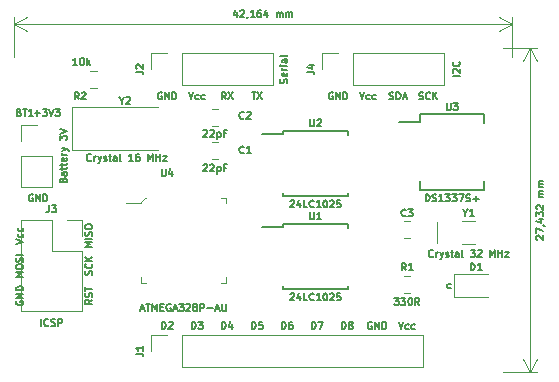
<source format=gto>
G04 #@! TF.GenerationSoftware,KiCad,Pcbnew,(5.1.4)-1*
G04 #@! TF.CreationDate,2019-09-21T23:44:47+03:00*
G04 #@! TF.ProjectId,Project_3_BACEE,50726f6a-6563-4745-9f33-5f4241434545,v1.0*
G04 #@! TF.SameCoordinates,Original*
G04 #@! TF.FileFunction,Legend,Top*
G04 #@! TF.FilePolarity,Positive*
%FSLAX46Y46*%
G04 Gerber Fmt 4.6, Leading zero omitted, Abs format (unit mm)*
G04 Created by KiCad (PCBNEW (5.1.4)-1) date 2019-09-21 23:44:47*
%MOMM*%
%LPD*%
G04 APERTURE LIST*
%ADD10C,0.150000*%
%ADD11C,0.120000*%
%ADD12C,0.100000*%
G04 APERTURE END LIST*
D10*
X129880000Y-83075428D02*
X129880000Y-83475428D01*
X129737142Y-82846857D02*
X129594285Y-83275428D01*
X129965714Y-83275428D01*
X130165714Y-82932571D02*
X130194285Y-82904000D01*
X130251428Y-82875428D01*
X130394285Y-82875428D01*
X130451428Y-82904000D01*
X130480000Y-82932571D01*
X130508571Y-82989714D01*
X130508571Y-83046857D01*
X130480000Y-83132571D01*
X130137142Y-83475428D01*
X130508571Y-83475428D01*
X130794285Y-83446857D02*
X130794285Y-83475428D01*
X130765714Y-83532571D01*
X130737142Y-83561142D01*
X131365714Y-83475428D02*
X131022857Y-83475428D01*
X131194285Y-83475428D02*
X131194285Y-82875428D01*
X131137142Y-82961142D01*
X131080000Y-83018285D01*
X131022857Y-83046857D01*
X131880000Y-82875428D02*
X131765714Y-82875428D01*
X131708571Y-82904000D01*
X131680000Y-82932571D01*
X131622857Y-83018285D01*
X131594285Y-83132571D01*
X131594285Y-83361142D01*
X131622857Y-83418285D01*
X131651428Y-83446857D01*
X131708571Y-83475428D01*
X131822857Y-83475428D01*
X131880000Y-83446857D01*
X131908571Y-83418285D01*
X131937142Y-83361142D01*
X131937142Y-83218285D01*
X131908571Y-83161142D01*
X131880000Y-83132571D01*
X131822857Y-83104000D01*
X131708571Y-83104000D01*
X131651428Y-83132571D01*
X131622857Y-83161142D01*
X131594285Y-83218285D01*
X132451428Y-83075428D02*
X132451428Y-83475428D01*
X132308571Y-82846857D02*
X132165714Y-83275428D01*
X132537142Y-83275428D01*
X133222857Y-83475428D02*
X133222857Y-83075428D01*
X133222857Y-83132571D02*
X133251428Y-83104000D01*
X133308571Y-83075428D01*
X133394285Y-83075428D01*
X133451428Y-83104000D01*
X133480000Y-83161142D01*
X133480000Y-83475428D01*
X133480000Y-83161142D02*
X133508571Y-83104000D01*
X133565714Y-83075428D01*
X133651428Y-83075428D01*
X133708571Y-83104000D01*
X133737142Y-83161142D01*
X133737142Y-83475428D01*
X134022857Y-83475428D02*
X134022857Y-83075428D01*
X134022857Y-83132571D02*
X134051428Y-83104000D01*
X134108571Y-83075428D01*
X134194285Y-83075428D01*
X134251428Y-83104000D01*
X134280000Y-83161142D01*
X134280000Y-83475428D01*
X134280000Y-83161142D02*
X134308571Y-83104000D01*
X134365714Y-83075428D01*
X134451428Y-83075428D01*
X134508571Y-83104000D01*
X134537142Y-83161142D01*
X134537142Y-83475428D01*
D11*
X153162000Y-84074000D02*
X110998000Y-84074000D01*
X153162000Y-86868000D02*
X153162000Y-83487579D01*
X110998000Y-86868000D02*
X110998000Y-83487579D01*
X110998000Y-84074000D02*
X112124504Y-83487579D01*
X110998000Y-84074000D02*
X112124504Y-84660421D01*
X153162000Y-84074000D02*
X152035496Y-83487579D01*
X153162000Y-84074000D02*
X152035496Y-84660421D01*
D10*
X155284571Y-102307714D02*
X155256000Y-102279142D01*
X155227428Y-102222000D01*
X155227428Y-102079142D01*
X155256000Y-102022000D01*
X155284571Y-101993428D01*
X155341714Y-101964857D01*
X155398857Y-101964857D01*
X155484571Y-101993428D01*
X155827428Y-102336285D01*
X155827428Y-101964857D01*
X155227428Y-101764857D02*
X155227428Y-101364857D01*
X155827428Y-101622000D01*
X155798857Y-101107714D02*
X155827428Y-101107714D01*
X155884571Y-101136285D01*
X155913142Y-101164857D01*
X155427428Y-100593428D02*
X155827428Y-100593428D01*
X155198857Y-100736285D02*
X155627428Y-100879142D01*
X155627428Y-100507714D01*
X155227428Y-100336285D02*
X155227428Y-99964857D01*
X155456000Y-100164857D01*
X155456000Y-100079142D01*
X155484571Y-100022000D01*
X155513142Y-99993428D01*
X155570285Y-99964857D01*
X155713142Y-99964857D01*
X155770285Y-99993428D01*
X155798857Y-100022000D01*
X155827428Y-100079142D01*
X155827428Y-100250571D01*
X155798857Y-100307714D01*
X155770285Y-100336285D01*
X155284571Y-99736285D02*
X155256000Y-99707714D01*
X155227428Y-99650571D01*
X155227428Y-99507714D01*
X155256000Y-99450571D01*
X155284571Y-99422000D01*
X155341714Y-99393428D01*
X155398857Y-99393428D01*
X155484571Y-99422000D01*
X155827428Y-99764857D01*
X155827428Y-99393428D01*
X155827428Y-98679142D02*
X155427428Y-98679142D01*
X155484571Y-98679142D02*
X155456000Y-98650571D01*
X155427428Y-98593428D01*
X155427428Y-98507714D01*
X155456000Y-98450571D01*
X155513142Y-98422000D01*
X155827428Y-98422000D01*
X155513142Y-98422000D02*
X155456000Y-98393428D01*
X155427428Y-98336285D01*
X155427428Y-98250571D01*
X155456000Y-98193428D01*
X155513142Y-98164857D01*
X155827428Y-98164857D01*
X155827428Y-97879142D02*
X155427428Y-97879142D01*
X155484571Y-97879142D02*
X155456000Y-97850571D01*
X155427428Y-97793428D01*
X155427428Y-97707714D01*
X155456000Y-97650571D01*
X155513142Y-97622000D01*
X155827428Y-97622000D01*
X155513142Y-97622000D02*
X155456000Y-97593428D01*
X155427428Y-97536285D01*
X155427428Y-97450571D01*
X155456000Y-97393428D01*
X155513142Y-97364857D01*
X155827428Y-97364857D01*
D11*
X154686000Y-113538000D02*
X154686000Y-86106000D01*
X152400000Y-113538000D02*
X155272421Y-113538000D01*
X152400000Y-86106000D02*
X155272421Y-86106000D01*
X154686000Y-86106000D02*
X155272421Y-87232504D01*
X154686000Y-86106000D02*
X154099579Y-87232504D01*
X154686000Y-113538000D02*
X155272421Y-112411496D01*
X154686000Y-113538000D02*
X154099579Y-112411496D01*
D10*
X147970857Y-106414857D02*
X147913714Y-106443428D01*
X147799428Y-106443428D01*
X147742285Y-106414857D01*
X147713714Y-106386285D01*
X147685142Y-106329142D01*
X147685142Y-106157714D01*
X147713714Y-106100571D01*
X147742285Y-106072000D01*
X147799428Y-106043428D01*
X147913714Y-106043428D01*
X147970857Y-106072000D01*
X138749142Y-109872428D02*
X138749142Y-109272428D01*
X138892000Y-109272428D01*
X138977714Y-109301000D01*
X139034857Y-109358142D01*
X139063428Y-109415285D01*
X139092000Y-109529571D01*
X139092000Y-109615285D01*
X139063428Y-109729571D01*
X139034857Y-109786714D01*
X138977714Y-109843857D01*
X138892000Y-109872428D01*
X138749142Y-109872428D01*
X139434857Y-109529571D02*
X139377714Y-109501000D01*
X139349142Y-109472428D01*
X139320571Y-109415285D01*
X139320571Y-109386714D01*
X139349142Y-109329571D01*
X139377714Y-109301000D01*
X139434857Y-109272428D01*
X139549142Y-109272428D01*
X139606285Y-109301000D01*
X139634857Y-109329571D01*
X139663428Y-109386714D01*
X139663428Y-109415285D01*
X139634857Y-109472428D01*
X139606285Y-109501000D01*
X139549142Y-109529571D01*
X139434857Y-109529571D01*
X139377714Y-109558142D01*
X139349142Y-109586714D01*
X139320571Y-109643857D01*
X139320571Y-109758142D01*
X139349142Y-109815285D01*
X139377714Y-109843857D01*
X139434857Y-109872428D01*
X139549142Y-109872428D01*
X139606285Y-109843857D01*
X139634857Y-109815285D01*
X139663428Y-109758142D01*
X139663428Y-109643857D01*
X139634857Y-109586714D01*
X139606285Y-109558142D01*
X139549142Y-109529571D01*
X136209142Y-109872428D02*
X136209142Y-109272428D01*
X136352000Y-109272428D01*
X136437714Y-109301000D01*
X136494857Y-109358142D01*
X136523428Y-109415285D01*
X136552000Y-109529571D01*
X136552000Y-109615285D01*
X136523428Y-109729571D01*
X136494857Y-109786714D01*
X136437714Y-109843857D01*
X136352000Y-109872428D01*
X136209142Y-109872428D01*
X136752000Y-109272428D02*
X137152000Y-109272428D01*
X136894857Y-109872428D01*
X133669142Y-109872428D02*
X133669142Y-109272428D01*
X133812000Y-109272428D01*
X133897714Y-109301000D01*
X133954857Y-109358142D01*
X133983428Y-109415285D01*
X134012000Y-109529571D01*
X134012000Y-109615285D01*
X133983428Y-109729571D01*
X133954857Y-109786714D01*
X133897714Y-109843857D01*
X133812000Y-109872428D01*
X133669142Y-109872428D01*
X134526285Y-109272428D02*
X134412000Y-109272428D01*
X134354857Y-109301000D01*
X134326285Y-109329571D01*
X134269142Y-109415285D01*
X134240571Y-109529571D01*
X134240571Y-109758142D01*
X134269142Y-109815285D01*
X134297714Y-109843857D01*
X134354857Y-109872428D01*
X134469142Y-109872428D01*
X134526285Y-109843857D01*
X134554857Y-109815285D01*
X134583428Y-109758142D01*
X134583428Y-109615285D01*
X134554857Y-109558142D01*
X134526285Y-109529571D01*
X134469142Y-109501000D01*
X134354857Y-109501000D01*
X134297714Y-109529571D01*
X134269142Y-109558142D01*
X134240571Y-109615285D01*
X131129142Y-109872428D02*
X131129142Y-109272428D01*
X131272000Y-109272428D01*
X131357714Y-109301000D01*
X131414857Y-109358142D01*
X131443428Y-109415285D01*
X131472000Y-109529571D01*
X131472000Y-109615285D01*
X131443428Y-109729571D01*
X131414857Y-109786714D01*
X131357714Y-109843857D01*
X131272000Y-109872428D01*
X131129142Y-109872428D01*
X132014857Y-109272428D02*
X131729142Y-109272428D01*
X131700571Y-109558142D01*
X131729142Y-109529571D01*
X131786285Y-109501000D01*
X131929142Y-109501000D01*
X131986285Y-109529571D01*
X132014857Y-109558142D01*
X132043428Y-109615285D01*
X132043428Y-109758142D01*
X132014857Y-109815285D01*
X131986285Y-109843857D01*
X131929142Y-109872428D01*
X131786285Y-109872428D01*
X131729142Y-109843857D01*
X131700571Y-109815285D01*
X128589142Y-109872428D02*
X128589142Y-109272428D01*
X128732000Y-109272428D01*
X128817714Y-109301000D01*
X128874857Y-109358142D01*
X128903428Y-109415285D01*
X128932000Y-109529571D01*
X128932000Y-109615285D01*
X128903428Y-109729571D01*
X128874857Y-109786714D01*
X128817714Y-109843857D01*
X128732000Y-109872428D01*
X128589142Y-109872428D01*
X129446285Y-109472428D02*
X129446285Y-109872428D01*
X129303428Y-109243857D02*
X129160571Y-109672428D01*
X129532000Y-109672428D01*
X126049142Y-109872428D02*
X126049142Y-109272428D01*
X126192000Y-109272428D01*
X126277714Y-109301000D01*
X126334857Y-109358142D01*
X126363428Y-109415285D01*
X126392000Y-109529571D01*
X126392000Y-109615285D01*
X126363428Y-109729571D01*
X126334857Y-109786714D01*
X126277714Y-109843857D01*
X126192000Y-109872428D01*
X126049142Y-109872428D01*
X126592000Y-109272428D02*
X126963428Y-109272428D01*
X126763428Y-109501000D01*
X126849142Y-109501000D01*
X126906285Y-109529571D01*
X126934857Y-109558142D01*
X126963428Y-109615285D01*
X126963428Y-109758142D01*
X126934857Y-109815285D01*
X126906285Y-109843857D01*
X126849142Y-109872428D01*
X126677714Y-109872428D01*
X126620571Y-109843857D01*
X126592000Y-109815285D01*
X123509142Y-109872428D02*
X123509142Y-109272428D01*
X123652000Y-109272428D01*
X123737714Y-109301000D01*
X123794857Y-109358142D01*
X123823428Y-109415285D01*
X123852000Y-109529571D01*
X123852000Y-109615285D01*
X123823428Y-109729571D01*
X123794857Y-109786714D01*
X123737714Y-109843857D01*
X123652000Y-109872428D01*
X123509142Y-109872428D01*
X124080571Y-109329571D02*
X124109142Y-109301000D01*
X124166285Y-109272428D01*
X124309142Y-109272428D01*
X124366285Y-109301000D01*
X124394857Y-109329571D01*
X124423428Y-109386714D01*
X124423428Y-109443857D01*
X124394857Y-109529571D01*
X124052000Y-109872428D01*
X124423428Y-109872428D01*
X141274857Y-109301000D02*
X141217714Y-109272428D01*
X141132000Y-109272428D01*
X141046285Y-109301000D01*
X140989142Y-109358142D01*
X140960571Y-109415285D01*
X140932000Y-109529571D01*
X140932000Y-109615285D01*
X140960571Y-109729571D01*
X140989142Y-109786714D01*
X141046285Y-109843857D01*
X141132000Y-109872428D01*
X141189142Y-109872428D01*
X141274857Y-109843857D01*
X141303428Y-109815285D01*
X141303428Y-109615285D01*
X141189142Y-109615285D01*
X141560571Y-109872428D02*
X141560571Y-109272428D01*
X141903428Y-109872428D01*
X141903428Y-109272428D01*
X142189142Y-109872428D02*
X142189142Y-109272428D01*
X142332000Y-109272428D01*
X142417714Y-109301000D01*
X142474857Y-109358142D01*
X142503428Y-109415285D01*
X142532000Y-109529571D01*
X142532000Y-109615285D01*
X142503428Y-109729571D01*
X142474857Y-109786714D01*
X142417714Y-109843857D01*
X142332000Y-109872428D01*
X142189142Y-109872428D01*
X143557714Y-109272428D02*
X143757714Y-109872428D01*
X143957714Y-109272428D01*
X144414857Y-109843857D02*
X144357714Y-109872428D01*
X144243428Y-109872428D01*
X144186285Y-109843857D01*
X144157714Y-109815285D01*
X144129142Y-109758142D01*
X144129142Y-109586714D01*
X144157714Y-109529571D01*
X144186285Y-109501000D01*
X144243428Y-109472428D01*
X144357714Y-109472428D01*
X144414857Y-109501000D01*
X144929142Y-109843857D02*
X144872000Y-109872428D01*
X144757714Y-109872428D01*
X144700571Y-109843857D01*
X144672000Y-109815285D01*
X144643428Y-109758142D01*
X144643428Y-109586714D01*
X144672000Y-109529571D01*
X144700571Y-109501000D01*
X144757714Y-109472428D01*
X144872000Y-109472428D01*
X144929142Y-109501000D01*
X145278571Y-90412857D02*
X145364285Y-90441428D01*
X145507142Y-90441428D01*
X145564285Y-90412857D01*
X145592857Y-90384285D01*
X145621428Y-90327142D01*
X145621428Y-90270000D01*
X145592857Y-90212857D01*
X145564285Y-90184285D01*
X145507142Y-90155714D01*
X145392857Y-90127142D01*
X145335714Y-90098571D01*
X145307142Y-90070000D01*
X145278571Y-90012857D01*
X145278571Y-89955714D01*
X145307142Y-89898571D01*
X145335714Y-89870000D01*
X145392857Y-89841428D01*
X145535714Y-89841428D01*
X145621428Y-89870000D01*
X146221428Y-90384285D02*
X146192857Y-90412857D01*
X146107142Y-90441428D01*
X146050000Y-90441428D01*
X145964285Y-90412857D01*
X145907142Y-90355714D01*
X145878571Y-90298571D01*
X145850000Y-90184285D01*
X145850000Y-90098571D01*
X145878571Y-89984285D01*
X145907142Y-89927142D01*
X145964285Y-89870000D01*
X146050000Y-89841428D01*
X146107142Y-89841428D01*
X146192857Y-89870000D01*
X146221428Y-89898571D01*
X146478571Y-90441428D02*
X146478571Y-89841428D01*
X146821428Y-90441428D02*
X146564285Y-90098571D01*
X146821428Y-89841428D02*
X146478571Y-90184285D01*
X142781428Y-90412857D02*
X142867142Y-90441428D01*
X143010000Y-90441428D01*
X143067142Y-90412857D01*
X143095714Y-90384285D01*
X143124285Y-90327142D01*
X143124285Y-90270000D01*
X143095714Y-90212857D01*
X143067142Y-90184285D01*
X143010000Y-90155714D01*
X142895714Y-90127142D01*
X142838571Y-90098571D01*
X142810000Y-90070000D01*
X142781428Y-90012857D01*
X142781428Y-89955714D01*
X142810000Y-89898571D01*
X142838571Y-89870000D01*
X142895714Y-89841428D01*
X143038571Y-89841428D01*
X143124285Y-89870000D01*
X143381428Y-90441428D02*
X143381428Y-89841428D01*
X143524285Y-89841428D01*
X143610000Y-89870000D01*
X143667142Y-89927142D01*
X143695714Y-89984285D01*
X143724285Y-90098571D01*
X143724285Y-90184285D01*
X143695714Y-90298571D01*
X143667142Y-90355714D01*
X143610000Y-90412857D01*
X143524285Y-90441428D01*
X143381428Y-90441428D01*
X143952857Y-90270000D02*
X144238571Y-90270000D01*
X143895714Y-90441428D02*
X144095714Y-89841428D01*
X144295714Y-90441428D01*
X140255714Y-89841428D02*
X140455714Y-90441428D01*
X140655714Y-89841428D01*
X141112857Y-90412857D02*
X141055714Y-90441428D01*
X140941428Y-90441428D01*
X140884285Y-90412857D01*
X140855714Y-90384285D01*
X140827142Y-90327142D01*
X140827142Y-90155714D01*
X140855714Y-90098571D01*
X140884285Y-90070000D01*
X140941428Y-90041428D01*
X141055714Y-90041428D01*
X141112857Y-90070000D01*
X141627142Y-90412857D02*
X141570000Y-90441428D01*
X141455714Y-90441428D01*
X141398571Y-90412857D01*
X141370000Y-90384285D01*
X141341428Y-90327142D01*
X141341428Y-90155714D01*
X141370000Y-90098571D01*
X141398571Y-90070000D01*
X141455714Y-90041428D01*
X141570000Y-90041428D01*
X141627142Y-90070000D01*
X137972857Y-89870000D02*
X137915714Y-89841428D01*
X137830000Y-89841428D01*
X137744285Y-89870000D01*
X137687142Y-89927142D01*
X137658571Y-89984285D01*
X137630000Y-90098571D01*
X137630000Y-90184285D01*
X137658571Y-90298571D01*
X137687142Y-90355714D01*
X137744285Y-90412857D01*
X137830000Y-90441428D01*
X137887142Y-90441428D01*
X137972857Y-90412857D01*
X138001428Y-90384285D01*
X138001428Y-90184285D01*
X137887142Y-90184285D01*
X138258571Y-90441428D02*
X138258571Y-89841428D01*
X138601428Y-90441428D01*
X138601428Y-89841428D01*
X138887142Y-90441428D02*
X138887142Y-89841428D01*
X139030000Y-89841428D01*
X139115714Y-89870000D01*
X139172857Y-89927142D01*
X139201428Y-89984285D01*
X139230000Y-90098571D01*
X139230000Y-90184285D01*
X139201428Y-90298571D01*
X139172857Y-90355714D01*
X139115714Y-90412857D01*
X139030000Y-90441428D01*
X138887142Y-90441428D01*
X137972857Y-89870000D02*
X137915714Y-89841428D01*
X137830000Y-89841428D01*
X137744285Y-89870000D01*
X137687142Y-89927142D01*
X137658571Y-89984285D01*
X137630000Y-90098571D01*
X137630000Y-90184285D01*
X137658571Y-90298571D01*
X137687142Y-90355714D01*
X137744285Y-90412857D01*
X137830000Y-90441428D01*
X137887142Y-90441428D01*
X137972857Y-90412857D01*
X138001428Y-90384285D01*
X138001428Y-90184285D01*
X137887142Y-90184285D01*
X138258571Y-90441428D02*
X138258571Y-89841428D01*
X138601428Y-90441428D01*
X138601428Y-89841428D01*
X138887142Y-90441428D02*
X138887142Y-89841428D01*
X139030000Y-89841428D01*
X139115714Y-89870000D01*
X139172857Y-89927142D01*
X139201428Y-89984285D01*
X139230000Y-90098571D01*
X139230000Y-90184285D01*
X139201428Y-90298571D01*
X139172857Y-90355714D01*
X139115714Y-90412857D01*
X139030000Y-90441428D01*
X138887142Y-90441428D01*
X128932000Y-90441428D02*
X128732000Y-90155714D01*
X128589142Y-90441428D02*
X128589142Y-89841428D01*
X128817714Y-89841428D01*
X128874857Y-89870000D01*
X128903428Y-89898571D01*
X128932000Y-89955714D01*
X128932000Y-90041428D01*
X128903428Y-90098571D01*
X128874857Y-90127142D01*
X128817714Y-90155714D01*
X128589142Y-90155714D01*
X129132000Y-89841428D02*
X129532000Y-90441428D01*
X129532000Y-89841428D02*
X129132000Y-90441428D01*
X131114857Y-89841428D02*
X131457714Y-89841428D01*
X131286285Y-90441428D02*
X131286285Y-89841428D01*
X131600571Y-89841428D02*
X132000571Y-90441428D01*
X132000571Y-89841428D02*
X131600571Y-90441428D01*
X125777714Y-89841428D02*
X125977714Y-90441428D01*
X126177714Y-89841428D01*
X126634857Y-90412857D02*
X126577714Y-90441428D01*
X126463428Y-90441428D01*
X126406285Y-90412857D01*
X126377714Y-90384285D01*
X126349142Y-90327142D01*
X126349142Y-90155714D01*
X126377714Y-90098571D01*
X126406285Y-90070000D01*
X126463428Y-90041428D01*
X126577714Y-90041428D01*
X126634857Y-90070000D01*
X127149142Y-90412857D02*
X127092000Y-90441428D01*
X126977714Y-90441428D01*
X126920571Y-90412857D01*
X126892000Y-90384285D01*
X126863428Y-90327142D01*
X126863428Y-90155714D01*
X126892000Y-90098571D01*
X126920571Y-90070000D01*
X126977714Y-90041428D01*
X127092000Y-90041428D01*
X127149142Y-90070000D01*
X123494857Y-89870000D02*
X123437714Y-89841428D01*
X123352000Y-89841428D01*
X123266285Y-89870000D01*
X123209142Y-89927142D01*
X123180571Y-89984285D01*
X123152000Y-90098571D01*
X123152000Y-90184285D01*
X123180571Y-90298571D01*
X123209142Y-90355714D01*
X123266285Y-90412857D01*
X123352000Y-90441428D01*
X123409142Y-90441428D01*
X123494857Y-90412857D01*
X123523428Y-90384285D01*
X123523428Y-90184285D01*
X123409142Y-90184285D01*
X123780571Y-90441428D02*
X123780571Y-89841428D01*
X124123428Y-90441428D01*
X124123428Y-89841428D01*
X124409142Y-90441428D02*
X124409142Y-89841428D01*
X124552000Y-89841428D01*
X124637714Y-89870000D01*
X124694857Y-89927142D01*
X124723428Y-89984285D01*
X124752000Y-90098571D01*
X124752000Y-90184285D01*
X124723428Y-90298571D01*
X124694857Y-90355714D01*
X124637714Y-90412857D01*
X124552000Y-90441428D01*
X124409142Y-90441428D01*
X123494857Y-89870000D02*
X123437714Y-89841428D01*
X123352000Y-89841428D01*
X123266285Y-89870000D01*
X123209142Y-89927142D01*
X123180571Y-89984285D01*
X123152000Y-90098571D01*
X123152000Y-90184285D01*
X123180571Y-90298571D01*
X123209142Y-90355714D01*
X123266285Y-90412857D01*
X123352000Y-90441428D01*
X123409142Y-90441428D01*
X123494857Y-90412857D01*
X123523428Y-90384285D01*
X123523428Y-90184285D01*
X123409142Y-90184285D01*
X123780571Y-90441428D02*
X123780571Y-89841428D01*
X124123428Y-90441428D01*
X124123428Y-89841428D01*
X124409142Y-90441428D02*
X124409142Y-89841428D01*
X124552000Y-89841428D01*
X124637714Y-89870000D01*
X124694857Y-89927142D01*
X124723428Y-89984285D01*
X124752000Y-90098571D01*
X124752000Y-90184285D01*
X124723428Y-90298571D01*
X124694857Y-90355714D01*
X124637714Y-90412857D01*
X124552000Y-90441428D01*
X124409142Y-90441428D01*
X111177428Y-102695285D02*
X111777428Y-102495285D01*
X111177428Y-102295285D01*
X111748857Y-101838142D02*
X111777428Y-101895285D01*
X111777428Y-102009571D01*
X111748857Y-102066714D01*
X111720285Y-102095285D01*
X111663142Y-102123857D01*
X111491714Y-102123857D01*
X111434571Y-102095285D01*
X111406000Y-102066714D01*
X111377428Y-102009571D01*
X111377428Y-101895285D01*
X111406000Y-101838142D01*
X111748857Y-101323857D02*
X111777428Y-101381000D01*
X111777428Y-101495285D01*
X111748857Y-101552428D01*
X111720285Y-101581000D01*
X111663142Y-101609571D01*
X111491714Y-101609571D01*
X111434571Y-101581000D01*
X111406000Y-101552428D01*
X111377428Y-101495285D01*
X111377428Y-101381000D01*
X111406000Y-101323857D01*
X111777428Y-105463857D02*
X111177428Y-105463857D01*
X111606000Y-105263857D01*
X111177428Y-105063857D01*
X111777428Y-105063857D01*
X111177428Y-104663857D02*
X111177428Y-104549571D01*
X111206000Y-104492428D01*
X111263142Y-104435285D01*
X111377428Y-104406714D01*
X111577428Y-104406714D01*
X111691714Y-104435285D01*
X111748857Y-104492428D01*
X111777428Y-104549571D01*
X111777428Y-104663857D01*
X111748857Y-104721000D01*
X111691714Y-104778142D01*
X111577428Y-104806714D01*
X111377428Y-104806714D01*
X111263142Y-104778142D01*
X111206000Y-104721000D01*
X111177428Y-104663857D01*
X111748857Y-104178142D02*
X111777428Y-104092428D01*
X111777428Y-103949571D01*
X111748857Y-103892428D01*
X111720285Y-103863857D01*
X111663142Y-103835285D01*
X111606000Y-103835285D01*
X111548857Y-103863857D01*
X111520285Y-103892428D01*
X111491714Y-103949571D01*
X111463142Y-104063857D01*
X111434571Y-104121000D01*
X111406000Y-104149571D01*
X111348857Y-104178142D01*
X111291714Y-104178142D01*
X111234571Y-104149571D01*
X111206000Y-104121000D01*
X111177428Y-104063857D01*
X111177428Y-103921000D01*
X111206000Y-103835285D01*
X111777428Y-103578142D02*
X111177428Y-103578142D01*
X111206000Y-107518142D02*
X111177428Y-107575285D01*
X111177428Y-107661000D01*
X111206000Y-107746714D01*
X111263142Y-107803857D01*
X111320285Y-107832428D01*
X111434571Y-107861000D01*
X111520285Y-107861000D01*
X111634571Y-107832428D01*
X111691714Y-107803857D01*
X111748857Y-107746714D01*
X111777428Y-107661000D01*
X111777428Y-107603857D01*
X111748857Y-107518142D01*
X111720285Y-107489571D01*
X111520285Y-107489571D01*
X111520285Y-107603857D01*
X111777428Y-107232428D02*
X111177428Y-107232428D01*
X111777428Y-106889571D01*
X111177428Y-106889571D01*
X111777428Y-106603857D02*
X111177428Y-106603857D01*
X111177428Y-106461000D01*
X111206000Y-106375285D01*
X111263142Y-106318142D01*
X111320285Y-106289571D01*
X111434571Y-106261000D01*
X111520285Y-106261000D01*
X111634571Y-106289571D01*
X111691714Y-106318142D01*
X111748857Y-106375285D01*
X111777428Y-106461000D01*
X111777428Y-106603857D01*
X117619428Y-107389571D02*
X117333714Y-107589571D01*
X117619428Y-107732428D02*
X117019428Y-107732428D01*
X117019428Y-107503857D01*
X117048000Y-107446714D01*
X117076571Y-107418142D01*
X117133714Y-107389571D01*
X117219428Y-107389571D01*
X117276571Y-107418142D01*
X117305142Y-107446714D01*
X117333714Y-107503857D01*
X117333714Y-107732428D01*
X117590857Y-107161000D02*
X117619428Y-107075285D01*
X117619428Y-106932428D01*
X117590857Y-106875285D01*
X117562285Y-106846714D01*
X117505142Y-106818142D01*
X117448000Y-106818142D01*
X117390857Y-106846714D01*
X117362285Y-106875285D01*
X117333714Y-106932428D01*
X117305142Y-107046714D01*
X117276571Y-107103857D01*
X117248000Y-107132428D01*
X117190857Y-107161000D01*
X117133714Y-107161000D01*
X117076571Y-107132428D01*
X117048000Y-107103857D01*
X117019428Y-107046714D01*
X117019428Y-106903857D01*
X117048000Y-106818142D01*
X117019428Y-106646714D02*
X117019428Y-106303857D01*
X117619428Y-106475285D02*
X117019428Y-106475285D01*
X117590857Y-105292428D02*
X117619428Y-105206714D01*
X117619428Y-105063857D01*
X117590857Y-105006714D01*
X117562285Y-104978142D01*
X117505142Y-104949571D01*
X117448000Y-104949571D01*
X117390857Y-104978142D01*
X117362285Y-105006714D01*
X117333714Y-105063857D01*
X117305142Y-105178142D01*
X117276571Y-105235285D01*
X117248000Y-105263857D01*
X117190857Y-105292428D01*
X117133714Y-105292428D01*
X117076571Y-105263857D01*
X117048000Y-105235285D01*
X117019428Y-105178142D01*
X117019428Y-105035285D01*
X117048000Y-104949571D01*
X117562285Y-104349571D02*
X117590857Y-104378142D01*
X117619428Y-104463857D01*
X117619428Y-104521000D01*
X117590857Y-104606714D01*
X117533714Y-104663857D01*
X117476571Y-104692428D01*
X117362285Y-104721000D01*
X117276571Y-104721000D01*
X117162285Y-104692428D01*
X117105142Y-104663857D01*
X117048000Y-104606714D01*
X117019428Y-104521000D01*
X117019428Y-104463857D01*
X117048000Y-104378142D01*
X117076571Y-104349571D01*
X117619428Y-104092428D02*
X117019428Y-104092428D01*
X117619428Y-103749571D02*
X117276571Y-104006714D01*
X117019428Y-103749571D02*
X117362285Y-104092428D01*
X117619428Y-102923857D02*
X117019428Y-102923857D01*
X117448000Y-102723857D01*
X117019428Y-102523857D01*
X117619428Y-102523857D01*
X117619428Y-102238142D02*
X117019428Y-102238142D01*
X117590857Y-101981000D02*
X117619428Y-101895285D01*
X117619428Y-101752428D01*
X117590857Y-101695285D01*
X117562285Y-101666714D01*
X117505142Y-101638142D01*
X117448000Y-101638142D01*
X117390857Y-101666714D01*
X117362285Y-101695285D01*
X117333714Y-101752428D01*
X117305142Y-101866714D01*
X117276571Y-101923857D01*
X117248000Y-101952428D01*
X117190857Y-101981000D01*
X117133714Y-101981000D01*
X117076571Y-101952428D01*
X117048000Y-101923857D01*
X117019428Y-101866714D01*
X117019428Y-101723857D01*
X117048000Y-101638142D01*
X117019428Y-101266714D02*
X117019428Y-101152428D01*
X117048000Y-101095285D01*
X117105142Y-101038142D01*
X117219428Y-101009571D01*
X117419428Y-101009571D01*
X117533714Y-101038142D01*
X117590857Y-101095285D01*
X117619428Y-101152428D01*
X117619428Y-101266714D01*
X117590857Y-101323857D01*
X117533714Y-101381000D01*
X117419428Y-101409571D01*
X117219428Y-101409571D01*
X117105142Y-101381000D01*
X117048000Y-101323857D01*
X117019428Y-101266714D01*
X112572857Y-98506000D02*
X112515714Y-98477428D01*
X112430000Y-98477428D01*
X112344285Y-98506000D01*
X112287142Y-98563142D01*
X112258571Y-98620285D01*
X112230000Y-98734571D01*
X112230000Y-98820285D01*
X112258571Y-98934571D01*
X112287142Y-98991714D01*
X112344285Y-99048857D01*
X112430000Y-99077428D01*
X112487142Y-99077428D01*
X112572857Y-99048857D01*
X112601428Y-99020285D01*
X112601428Y-98820285D01*
X112487142Y-98820285D01*
X112858571Y-99077428D02*
X112858571Y-98477428D01*
X113201428Y-99077428D01*
X113201428Y-98477428D01*
X113487142Y-99077428D02*
X113487142Y-98477428D01*
X113630000Y-98477428D01*
X113715714Y-98506000D01*
X113772857Y-98563142D01*
X113801428Y-98620285D01*
X113830000Y-98734571D01*
X113830000Y-98820285D01*
X113801428Y-98934571D01*
X113772857Y-98991714D01*
X113715714Y-99048857D01*
X113630000Y-99077428D01*
X113487142Y-99077428D01*
X112734857Y-91609857D02*
X113192000Y-91609857D01*
X112963428Y-91838428D02*
X112963428Y-91381285D01*
X113420571Y-91238428D02*
X113792000Y-91238428D01*
X113592000Y-91467000D01*
X113677714Y-91467000D01*
X113734857Y-91495571D01*
X113763428Y-91524142D01*
X113792000Y-91581285D01*
X113792000Y-91724142D01*
X113763428Y-91781285D01*
X113734857Y-91809857D01*
X113677714Y-91838428D01*
X113506285Y-91838428D01*
X113449142Y-91809857D01*
X113420571Y-91781285D01*
X113963428Y-91238428D02*
X114163428Y-91838428D01*
X114363428Y-91238428D01*
X114506285Y-91238428D02*
X114877714Y-91238428D01*
X114677714Y-91467000D01*
X114763428Y-91467000D01*
X114820571Y-91495571D01*
X114849142Y-91524142D01*
X114877714Y-91581285D01*
X114877714Y-91724142D01*
X114849142Y-91781285D01*
X114820571Y-91809857D01*
X114763428Y-91838428D01*
X114592000Y-91838428D01*
X114534857Y-91809857D01*
X114506285Y-91781285D01*
D11*
X111573000Y-97850000D02*
X114233000Y-97850000D01*
X111573000Y-95250000D02*
X111573000Y-97850000D01*
X114233000Y-95250000D02*
X114233000Y-97850000D01*
X111573000Y-95250000D02*
X114233000Y-95250000D01*
X111573000Y-93980000D02*
X111573000Y-92650000D01*
X111573000Y-92650000D02*
X112903000Y-92650000D01*
X127754748Y-94032000D02*
X128277252Y-94032000D01*
X127754748Y-95452000D02*
X128277252Y-95452000D01*
X127754748Y-91238000D02*
X128277252Y-91238000D01*
X127754748Y-92658000D02*
X128277252Y-92658000D01*
X144010748Y-102187000D02*
X144533252Y-102187000D01*
X144010748Y-100767000D02*
X144533252Y-100767000D01*
X151114000Y-105212000D02*
X148254000Y-105212000D01*
X148254000Y-105212000D02*
X148254000Y-107132000D01*
X148254000Y-107132000D02*
X151114000Y-107132000D01*
X125222000Y-113090000D02*
X125222000Y-110430000D01*
X125222000Y-113090000D02*
X145602000Y-113090000D01*
X145602000Y-113090000D02*
X145602000Y-110430000D01*
X125222000Y-110430000D02*
X145602000Y-110430000D01*
X122622000Y-110430000D02*
X123952000Y-110430000D01*
X122622000Y-111760000D02*
X122622000Y-110430000D01*
X122622000Y-87884000D02*
X122622000Y-86554000D01*
X122622000Y-86554000D02*
X123952000Y-86554000D01*
X125222000Y-86554000D02*
X132902000Y-86554000D01*
X132902000Y-89214000D02*
X132902000Y-86554000D01*
X125222000Y-89214000D02*
X132902000Y-89214000D01*
X125222000Y-89214000D02*
X125222000Y-86554000D01*
X111573000Y-100651000D02*
X114173000Y-100651000D01*
X111573000Y-100651000D02*
X111573000Y-108391000D01*
X111573000Y-108391000D02*
X116773000Y-108391000D01*
X116773000Y-103251000D02*
X116773000Y-108391000D01*
X114173000Y-103251000D02*
X116773000Y-103251000D01*
X114173000Y-100651000D02*
X114173000Y-103251000D01*
X116773000Y-100651000D02*
X116773000Y-101981000D01*
X115443000Y-100651000D02*
X116773000Y-100651000D01*
X139700000Y-89214000D02*
X139700000Y-86554000D01*
X139700000Y-89214000D02*
X147380000Y-89214000D01*
X147380000Y-89214000D02*
X147380000Y-86554000D01*
X139700000Y-86554000D02*
X147380000Y-86554000D01*
X137100000Y-86554000D02*
X138430000Y-86554000D01*
X137100000Y-87884000D02*
X137100000Y-86554000D01*
X144010748Y-105417000D02*
X144533252Y-105417000D01*
X144010748Y-106837000D02*
X144533252Y-106837000D01*
X117990252Y-88024000D02*
X117467748Y-88024000D01*
X117990252Y-89444000D02*
X117467748Y-89444000D01*
D10*
X133775000Y-101004000D02*
X133775000Y-101209000D01*
X139275000Y-101004000D02*
X139275000Y-101304000D01*
X139275000Y-106514000D02*
X139275000Y-106214000D01*
X133775000Y-106514000D02*
X133775000Y-106214000D01*
X133775000Y-101004000D02*
X139275000Y-101004000D01*
X133775000Y-106514000D02*
X139275000Y-106514000D01*
X133775000Y-101209000D02*
X132025000Y-101209000D01*
X133775000Y-93335000D02*
X132025000Y-93335000D01*
X133775000Y-98640000D02*
X139275000Y-98640000D01*
X133775000Y-93130000D02*
X139275000Y-93130000D01*
X133775000Y-98640000D02*
X133775000Y-98340000D01*
X139275000Y-98640000D02*
X139275000Y-98340000D01*
X139275000Y-93130000D02*
X139275000Y-93430000D01*
X133775000Y-93130000D02*
X133775000Y-93335000D01*
X145332000Y-91664000D02*
X145332000Y-92319000D01*
X150832000Y-91664000D02*
X150832000Y-92414000D01*
X150832000Y-98074000D02*
X150832000Y-97324000D01*
X145332000Y-98074000D02*
X145332000Y-97324000D01*
X145332000Y-91664000D02*
X150832000Y-91664000D01*
X145332000Y-98074000D02*
X150832000Y-98074000D01*
X145332000Y-92319000D02*
X143582000Y-92319000D01*
D12*
X122199000Y-98762000D02*
X122099000Y-98762000D01*
X122099000Y-98762000D02*
X121749000Y-99112000D01*
X121749000Y-99112000D02*
X121749000Y-99212000D01*
X121749000Y-99212000D02*
X120449000Y-99212000D01*
X128949000Y-98762000D02*
X128499000Y-98762000D01*
X128949000Y-98762000D02*
X128949000Y-99212000D01*
X128949000Y-105962000D02*
X128949000Y-105512000D01*
X128949000Y-105962000D02*
X128499000Y-105962000D01*
X121749000Y-105962000D02*
X122199000Y-105962000D01*
X121749000Y-105962000D02*
X121749000Y-105512000D01*
D11*
X148929000Y-100777000D02*
X150029000Y-100777000D01*
X148929000Y-102677000D02*
X150029000Y-102677000D01*
X146779000Y-100827000D02*
X146779000Y-102627000D01*
X123179000Y-91098000D02*
X115929000Y-91098000D01*
X115929000Y-91098000D02*
X115929000Y-94698000D01*
X115929000Y-94698000D02*
X123179000Y-94698000D01*
D10*
X111415571Y-91524142D02*
X111501285Y-91552714D01*
X111529857Y-91581285D01*
X111558428Y-91638428D01*
X111558428Y-91724142D01*
X111529857Y-91781285D01*
X111501285Y-91809857D01*
X111444142Y-91838428D01*
X111215571Y-91838428D01*
X111215571Y-91238428D01*
X111415571Y-91238428D01*
X111472714Y-91267000D01*
X111501285Y-91295571D01*
X111529857Y-91352714D01*
X111529857Y-91409857D01*
X111501285Y-91467000D01*
X111472714Y-91495571D01*
X111415571Y-91524142D01*
X111215571Y-91524142D01*
X111729857Y-91238428D02*
X112072714Y-91238428D01*
X111901285Y-91838428D02*
X111901285Y-91238428D01*
X112587000Y-91838428D02*
X112244142Y-91838428D01*
X112415571Y-91838428D02*
X112415571Y-91238428D01*
X112358428Y-91324142D01*
X112301285Y-91381285D01*
X112244142Y-91409857D01*
X115146142Y-97264285D02*
X115174714Y-97178571D01*
X115203285Y-97150000D01*
X115260428Y-97121428D01*
X115346142Y-97121428D01*
X115403285Y-97150000D01*
X115431857Y-97178571D01*
X115460428Y-97235714D01*
X115460428Y-97464285D01*
X114860428Y-97464285D01*
X114860428Y-97264285D01*
X114889000Y-97207142D01*
X114917571Y-97178571D01*
X114974714Y-97150000D01*
X115031857Y-97150000D01*
X115089000Y-97178571D01*
X115117571Y-97207142D01*
X115146142Y-97264285D01*
X115146142Y-97464285D01*
X115460428Y-96607142D02*
X115146142Y-96607142D01*
X115089000Y-96635714D01*
X115060428Y-96692857D01*
X115060428Y-96807142D01*
X115089000Y-96864285D01*
X115431857Y-96607142D02*
X115460428Y-96664285D01*
X115460428Y-96807142D01*
X115431857Y-96864285D01*
X115374714Y-96892857D01*
X115317571Y-96892857D01*
X115260428Y-96864285D01*
X115231857Y-96807142D01*
X115231857Y-96664285D01*
X115203285Y-96607142D01*
X115060428Y-96407142D02*
X115060428Y-96178571D01*
X114860428Y-96321428D02*
X115374714Y-96321428D01*
X115431857Y-96292857D01*
X115460428Y-96235714D01*
X115460428Y-96178571D01*
X115060428Y-96064285D02*
X115060428Y-95835714D01*
X114860428Y-95978571D02*
X115374714Y-95978571D01*
X115431857Y-95950000D01*
X115460428Y-95892857D01*
X115460428Y-95835714D01*
X115431857Y-95407142D02*
X115460428Y-95464285D01*
X115460428Y-95578571D01*
X115431857Y-95635714D01*
X115374714Y-95664285D01*
X115146142Y-95664285D01*
X115089000Y-95635714D01*
X115060428Y-95578571D01*
X115060428Y-95464285D01*
X115089000Y-95407142D01*
X115146142Y-95378571D01*
X115203285Y-95378571D01*
X115260428Y-95664285D01*
X115460428Y-95121428D02*
X115060428Y-95121428D01*
X115174714Y-95121428D02*
X115117571Y-95092857D01*
X115089000Y-95064285D01*
X115060428Y-95007142D01*
X115060428Y-94950000D01*
X115060428Y-94807142D02*
X115460428Y-94664285D01*
X115060428Y-94521428D02*
X115460428Y-94664285D01*
X115603285Y-94721428D01*
X115631857Y-94750000D01*
X115660428Y-94807142D01*
X114860428Y-93892857D02*
X114860428Y-93521428D01*
X115089000Y-93721428D01*
X115089000Y-93635714D01*
X115117571Y-93578571D01*
X115146142Y-93550000D01*
X115203285Y-93521428D01*
X115346142Y-93521428D01*
X115403285Y-93550000D01*
X115431857Y-93578571D01*
X115460428Y-93635714D01*
X115460428Y-93807142D01*
X115431857Y-93864285D01*
X115403285Y-93892857D01*
X114860428Y-93350000D02*
X115460428Y-93150000D01*
X114860428Y-92950000D01*
X130456000Y-94956285D02*
X130427428Y-94984857D01*
X130341714Y-95013428D01*
X130284571Y-95013428D01*
X130198857Y-94984857D01*
X130141714Y-94927714D01*
X130113142Y-94870571D01*
X130084571Y-94756285D01*
X130084571Y-94670571D01*
X130113142Y-94556285D01*
X130141714Y-94499142D01*
X130198857Y-94442000D01*
X130284571Y-94413428D01*
X130341714Y-94413428D01*
X130427428Y-94442000D01*
X130456000Y-94470571D01*
X131027428Y-95013428D02*
X130684571Y-95013428D01*
X130856000Y-95013428D02*
X130856000Y-94413428D01*
X130798857Y-94499142D01*
X130741714Y-94556285D01*
X130684571Y-94584857D01*
X127030285Y-95994571D02*
X127058857Y-95966000D01*
X127116000Y-95937428D01*
X127258857Y-95937428D01*
X127316000Y-95966000D01*
X127344571Y-95994571D01*
X127373142Y-96051714D01*
X127373142Y-96108857D01*
X127344571Y-96194571D01*
X127001714Y-96537428D01*
X127373142Y-96537428D01*
X127601714Y-95994571D02*
X127630285Y-95966000D01*
X127687428Y-95937428D01*
X127830285Y-95937428D01*
X127887428Y-95966000D01*
X127916000Y-95994571D01*
X127944571Y-96051714D01*
X127944571Y-96108857D01*
X127916000Y-96194571D01*
X127573142Y-96537428D01*
X127944571Y-96537428D01*
X128201714Y-96137428D02*
X128201714Y-96737428D01*
X128201714Y-96166000D02*
X128258857Y-96137428D01*
X128373142Y-96137428D01*
X128430285Y-96166000D01*
X128458857Y-96194571D01*
X128487428Y-96251714D01*
X128487428Y-96423142D01*
X128458857Y-96480285D01*
X128430285Y-96508857D01*
X128373142Y-96537428D01*
X128258857Y-96537428D01*
X128201714Y-96508857D01*
X128944571Y-96223142D02*
X128744571Y-96223142D01*
X128744571Y-96537428D02*
X128744571Y-95937428D01*
X129030285Y-95937428D01*
X130456000Y-92035285D02*
X130427428Y-92063857D01*
X130341714Y-92092428D01*
X130284571Y-92092428D01*
X130198857Y-92063857D01*
X130141714Y-92006714D01*
X130113142Y-91949571D01*
X130084571Y-91835285D01*
X130084571Y-91749571D01*
X130113142Y-91635285D01*
X130141714Y-91578142D01*
X130198857Y-91521000D01*
X130284571Y-91492428D01*
X130341714Y-91492428D01*
X130427428Y-91521000D01*
X130456000Y-91549571D01*
X130684571Y-91549571D02*
X130713142Y-91521000D01*
X130770285Y-91492428D01*
X130913142Y-91492428D01*
X130970285Y-91521000D01*
X130998857Y-91549571D01*
X131027428Y-91606714D01*
X131027428Y-91663857D01*
X130998857Y-91749571D01*
X130656000Y-92092428D01*
X131027428Y-92092428D01*
X127030285Y-93073571D02*
X127058857Y-93045000D01*
X127116000Y-93016428D01*
X127258857Y-93016428D01*
X127316000Y-93045000D01*
X127344571Y-93073571D01*
X127373142Y-93130714D01*
X127373142Y-93187857D01*
X127344571Y-93273571D01*
X127001714Y-93616428D01*
X127373142Y-93616428D01*
X127601714Y-93073571D02*
X127630285Y-93045000D01*
X127687428Y-93016428D01*
X127830285Y-93016428D01*
X127887428Y-93045000D01*
X127916000Y-93073571D01*
X127944571Y-93130714D01*
X127944571Y-93187857D01*
X127916000Y-93273571D01*
X127573142Y-93616428D01*
X127944571Y-93616428D01*
X128201714Y-93216428D02*
X128201714Y-93816428D01*
X128201714Y-93245000D02*
X128258857Y-93216428D01*
X128373142Y-93216428D01*
X128430285Y-93245000D01*
X128458857Y-93273571D01*
X128487428Y-93330714D01*
X128487428Y-93502142D01*
X128458857Y-93559285D01*
X128430285Y-93587857D01*
X128373142Y-93616428D01*
X128258857Y-93616428D01*
X128201714Y-93587857D01*
X128944571Y-93302142D02*
X128744571Y-93302142D01*
X128744571Y-93616428D02*
X128744571Y-93016428D01*
X129030285Y-93016428D01*
X144172000Y-100290285D02*
X144143428Y-100318857D01*
X144057714Y-100347428D01*
X144000571Y-100347428D01*
X143914857Y-100318857D01*
X143857714Y-100261714D01*
X143829142Y-100204571D01*
X143800571Y-100090285D01*
X143800571Y-100004571D01*
X143829142Y-99890285D01*
X143857714Y-99833142D01*
X143914857Y-99776000D01*
X144000571Y-99747428D01*
X144057714Y-99747428D01*
X144143428Y-99776000D01*
X144172000Y-99804571D01*
X144372000Y-99747428D02*
X144743428Y-99747428D01*
X144543428Y-99976000D01*
X144629142Y-99976000D01*
X144686285Y-100004571D01*
X144714857Y-100033142D01*
X144743428Y-100090285D01*
X144743428Y-100233142D01*
X144714857Y-100290285D01*
X144686285Y-100318857D01*
X144629142Y-100347428D01*
X144457714Y-100347428D01*
X144400571Y-100318857D01*
X144372000Y-100290285D01*
X149671142Y-104919428D02*
X149671142Y-104319428D01*
X149814000Y-104319428D01*
X149899714Y-104348000D01*
X149956857Y-104405142D01*
X149985428Y-104462285D01*
X150014000Y-104576571D01*
X150014000Y-104662285D01*
X149985428Y-104776571D01*
X149956857Y-104833714D01*
X149899714Y-104890857D01*
X149814000Y-104919428D01*
X149671142Y-104919428D01*
X150585428Y-104919428D02*
X150242571Y-104919428D01*
X150414000Y-104919428D02*
X150414000Y-104319428D01*
X150356857Y-104405142D01*
X150299714Y-104462285D01*
X150242571Y-104490857D01*
X121337428Y-111960000D02*
X121766000Y-111960000D01*
X121851714Y-111988571D01*
X121908857Y-112045714D01*
X121937428Y-112131428D01*
X121937428Y-112188571D01*
X121937428Y-111360000D02*
X121937428Y-111702857D01*
X121937428Y-111531428D02*
X121337428Y-111531428D01*
X121423142Y-111588571D01*
X121480285Y-111645714D01*
X121508857Y-111702857D01*
X121337428Y-88084000D02*
X121766000Y-88084000D01*
X121851714Y-88112571D01*
X121908857Y-88169714D01*
X121937428Y-88255428D01*
X121937428Y-88312571D01*
X121394571Y-87826857D02*
X121366000Y-87798285D01*
X121337428Y-87741142D01*
X121337428Y-87598285D01*
X121366000Y-87541142D01*
X121394571Y-87512571D01*
X121451714Y-87484000D01*
X121508857Y-87484000D01*
X121594571Y-87512571D01*
X121937428Y-87855428D01*
X121937428Y-87484000D01*
X134100857Y-89069714D02*
X134129428Y-88984000D01*
X134129428Y-88841142D01*
X134100857Y-88784000D01*
X134072285Y-88755428D01*
X134015142Y-88726857D01*
X133958000Y-88726857D01*
X133900857Y-88755428D01*
X133872285Y-88784000D01*
X133843714Y-88841142D01*
X133815142Y-88955428D01*
X133786571Y-89012571D01*
X133758000Y-89041142D01*
X133700857Y-89069714D01*
X133643714Y-89069714D01*
X133586571Y-89041142D01*
X133558000Y-89012571D01*
X133529428Y-88955428D01*
X133529428Y-88812571D01*
X133558000Y-88726857D01*
X134100857Y-88241142D02*
X134129428Y-88298285D01*
X134129428Y-88412571D01*
X134100857Y-88469714D01*
X134043714Y-88498285D01*
X133815142Y-88498285D01*
X133758000Y-88469714D01*
X133729428Y-88412571D01*
X133729428Y-88298285D01*
X133758000Y-88241142D01*
X133815142Y-88212571D01*
X133872285Y-88212571D01*
X133929428Y-88498285D01*
X134129428Y-87955428D02*
X133729428Y-87955428D01*
X133843714Y-87955428D02*
X133786571Y-87926857D01*
X133758000Y-87898285D01*
X133729428Y-87841142D01*
X133729428Y-87784000D01*
X134129428Y-87584000D02*
X133729428Y-87584000D01*
X133529428Y-87584000D02*
X133558000Y-87612571D01*
X133586571Y-87584000D01*
X133558000Y-87555428D01*
X133529428Y-87584000D01*
X133586571Y-87584000D01*
X134129428Y-87041142D02*
X133815142Y-87041142D01*
X133758000Y-87069714D01*
X133729428Y-87126857D01*
X133729428Y-87241142D01*
X133758000Y-87298285D01*
X134100857Y-87041142D02*
X134129428Y-87098285D01*
X134129428Y-87241142D01*
X134100857Y-87298285D01*
X134043714Y-87326857D01*
X133986571Y-87326857D01*
X133929428Y-87298285D01*
X133900857Y-87241142D01*
X133900857Y-87098285D01*
X133872285Y-87041142D01*
X134129428Y-86669714D02*
X134100857Y-86726857D01*
X134043714Y-86755428D01*
X133529428Y-86755428D01*
X113973000Y-99366428D02*
X113973000Y-99795000D01*
X113944428Y-99880714D01*
X113887285Y-99937857D01*
X113801571Y-99966428D01*
X113744428Y-99966428D01*
X114201571Y-99366428D02*
X114573000Y-99366428D01*
X114373000Y-99595000D01*
X114458714Y-99595000D01*
X114515857Y-99623571D01*
X114544428Y-99652142D01*
X114573000Y-99709285D01*
X114573000Y-99852142D01*
X114544428Y-99909285D01*
X114515857Y-99937857D01*
X114458714Y-99966428D01*
X114287285Y-99966428D01*
X114230142Y-99937857D01*
X114201571Y-99909285D01*
X113287285Y-109618428D02*
X113287285Y-109018428D01*
X113915857Y-109561285D02*
X113887285Y-109589857D01*
X113801571Y-109618428D01*
X113744428Y-109618428D01*
X113658714Y-109589857D01*
X113601571Y-109532714D01*
X113573000Y-109475571D01*
X113544428Y-109361285D01*
X113544428Y-109275571D01*
X113573000Y-109161285D01*
X113601571Y-109104142D01*
X113658714Y-109047000D01*
X113744428Y-109018428D01*
X113801571Y-109018428D01*
X113887285Y-109047000D01*
X113915857Y-109075571D01*
X114144428Y-109589857D02*
X114230142Y-109618428D01*
X114373000Y-109618428D01*
X114430142Y-109589857D01*
X114458714Y-109561285D01*
X114487285Y-109504142D01*
X114487285Y-109447000D01*
X114458714Y-109389857D01*
X114430142Y-109361285D01*
X114373000Y-109332714D01*
X114258714Y-109304142D01*
X114201571Y-109275571D01*
X114173000Y-109247000D01*
X114144428Y-109189857D01*
X114144428Y-109132714D01*
X114173000Y-109075571D01*
X114201571Y-109047000D01*
X114258714Y-109018428D01*
X114401571Y-109018428D01*
X114487285Y-109047000D01*
X114744428Y-109618428D02*
X114744428Y-109018428D01*
X114973000Y-109018428D01*
X115030142Y-109047000D01*
X115058714Y-109075571D01*
X115087285Y-109132714D01*
X115087285Y-109218428D01*
X115058714Y-109275571D01*
X115030142Y-109304142D01*
X114973000Y-109332714D01*
X114744428Y-109332714D01*
X135815428Y-88084000D02*
X136244000Y-88084000D01*
X136329714Y-88112571D01*
X136386857Y-88169714D01*
X136415428Y-88255428D01*
X136415428Y-88312571D01*
X136015428Y-87541142D02*
X136415428Y-87541142D01*
X135786857Y-87684000D02*
X136215428Y-87826857D01*
X136215428Y-87455428D01*
X148734428Y-88469714D02*
X148134428Y-88469714D01*
X148191571Y-88212571D02*
X148163000Y-88184000D01*
X148134428Y-88126857D01*
X148134428Y-87984000D01*
X148163000Y-87926857D01*
X148191571Y-87898285D01*
X148248714Y-87869714D01*
X148305857Y-87869714D01*
X148391571Y-87898285D01*
X148734428Y-88241142D01*
X148734428Y-87869714D01*
X148677285Y-87269714D02*
X148705857Y-87298285D01*
X148734428Y-87384000D01*
X148734428Y-87441142D01*
X148705857Y-87526857D01*
X148648714Y-87584000D01*
X148591571Y-87612571D01*
X148477285Y-87641142D01*
X148391571Y-87641142D01*
X148277285Y-87612571D01*
X148220142Y-87584000D01*
X148163000Y-87526857D01*
X148134428Y-87441142D01*
X148134428Y-87384000D01*
X148163000Y-87298285D01*
X148191571Y-87269714D01*
X144172000Y-104919428D02*
X143972000Y-104633714D01*
X143829142Y-104919428D02*
X143829142Y-104319428D01*
X144057714Y-104319428D01*
X144114857Y-104348000D01*
X144143428Y-104376571D01*
X144172000Y-104433714D01*
X144172000Y-104519428D01*
X144143428Y-104576571D01*
X144114857Y-104605142D01*
X144057714Y-104633714D01*
X143829142Y-104633714D01*
X144743428Y-104919428D02*
X144400571Y-104919428D01*
X144572000Y-104919428D02*
X144572000Y-104319428D01*
X144514857Y-104405142D01*
X144457714Y-104462285D01*
X144400571Y-104490857D01*
X143200571Y-107240428D02*
X143572000Y-107240428D01*
X143372000Y-107469000D01*
X143457714Y-107469000D01*
X143514857Y-107497571D01*
X143543428Y-107526142D01*
X143572000Y-107583285D01*
X143572000Y-107726142D01*
X143543428Y-107783285D01*
X143514857Y-107811857D01*
X143457714Y-107840428D01*
X143286285Y-107840428D01*
X143229142Y-107811857D01*
X143200571Y-107783285D01*
X143772000Y-107240428D02*
X144143428Y-107240428D01*
X143943428Y-107469000D01*
X144029142Y-107469000D01*
X144086285Y-107497571D01*
X144114857Y-107526142D01*
X144143428Y-107583285D01*
X144143428Y-107726142D01*
X144114857Y-107783285D01*
X144086285Y-107811857D01*
X144029142Y-107840428D01*
X143857714Y-107840428D01*
X143800571Y-107811857D01*
X143772000Y-107783285D01*
X144514857Y-107240428D02*
X144572000Y-107240428D01*
X144629142Y-107269000D01*
X144657714Y-107297571D01*
X144686285Y-107354714D01*
X144714857Y-107469000D01*
X144714857Y-107611857D01*
X144686285Y-107726142D01*
X144657714Y-107783285D01*
X144629142Y-107811857D01*
X144572000Y-107840428D01*
X144514857Y-107840428D01*
X144457714Y-107811857D01*
X144429142Y-107783285D01*
X144400571Y-107726142D01*
X144372000Y-107611857D01*
X144372000Y-107469000D01*
X144400571Y-107354714D01*
X144429142Y-107297571D01*
X144457714Y-107269000D01*
X144514857Y-107240428D01*
X145314857Y-107840428D02*
X145114857Y-107554714D01*
X144972000Y-107840428D02*
X144972000Y-107240428D01*
X145200571Y-107240428D01*
X145257714Y-107269000D01*
X145286285Y-107297571D01*
X145314857Y-107354714D01*
X145314857Y-107440428D01*
X145286285Y-107497571D01*
X145257714Y-107526142D01*
X145200571Y-107554714D01*
X144972000Y-107554714D01*
X116486000Y-90441428D02*
X116286000Y-90155714D01*
X116143142Y-90441428D02*
X116143142Y-89841428D01*
X116371714Y-89841428D01*
X116428857Y-89870000D01*
X116457428Y-89898571D01*
X116486000Y-89955714D01*
X116486000Y-90041428D01*
X116457428Y-90098571D01*
X116428857Y-90127142D01*
X116371714Y-90155714D01*
X116143142Y-90155714D01*
X116714571Y-89898571D02*
X116743142Y-89870000D01*
X116800285Y-89841428D01*
X116943142Y-89841428D01*
X117000285Y-89870000D01*
X117028857Y-89898571D01*
X117057428Y-89955714D01*
X117057428Y-90012857D01*
X117028857Y-90098571D01*
X116686000Y-90441428D01*
X117057428Y-90441428D01*
X116355857Y-87520428D02*
X116013000Y-87520428D01*
X116184428Y-87520428D02*
X116184428Y-86920428D01*
X116127285Y-87006142D01*
X116070142Y-87063285D01*
X116013000Y-87091857D01*
X116727285Y-86920428D02*
X116784428Y-86920428D01*
X116841571Y-86949000D01*
X116870142Y-86977571D01*
X116898714Y-87034714D01*
X116927285Y-87149000D01*
X116927285Y-87291857D01*
X116898714Y-87406142D01*
X116870142Y-87463285D01*
X116841571Y-87491857D01*
X116784428Y-87520428D01*
X116727285Y-87520428D01*
X116670142Y-87491857D01*
X116641571Y-87463285D01*
X116613000Y-87406142D01*
X116584428Y-87291857D01*
X116584428Y-87149000D01*
X116613000Y-87034714D01*
X116641571Y-86977571D01*
X116670142Y-86949000D01*
X116727285Y-86920428D01*
X117184428Y-87520428D02*
X117184428Y-86920428D01*
X117241571Y-87291857D02*
X117413000Y-87520428D01*
X117413000Y-87120428D02*
X117184428Y-87349000D01*
X136067857Y-100001428D02*
X136067857Y-100487142D01*
X136096428Y-100544285D01*
X136125000Y-100572857D01*
X136182142Y-100601428D01*
X136296428Y-100601428D01*
X136353571Y-100572857D01*
X136382142Y-100544285D01*
X136410714Y-100487142D01*
X136410714Y-100001428D01*
X137010714Y-100601428D02*
X136667857Y-100601428D01*
X136839285Y-100601428D02*
X136839285Y-100001428D01*
X136782142Y-100087142D01*
X136725000Y-100144285D01*
X136667857Y-100172857D01*
X134382142Y-106916571D02*
X134410714Y-106888000D01*
X134467857Y-106859428D01*
X134610714Y-106859428D01*
X134667857Y-106888000D01*
X134696428Y-106916571D01*
X134725000Y-106973714D01*
X134725000Y-107030857D01*
X134696428Y-107116571D01*
X134353571Y-107459428D01*
X134725000Y-107459428D01*
X135239285Y-107059428D02*
X135239285Y-107459428D01*
X135096428Y-106830857D02*
X134953571Y-107259428D01*
X135325000Y-107259428D01*
X135839285Y-107459428D02*
X135553571Y-107459428D01*
X135553571Y-106859428D01*
X136382142Y-107402285D02*
X136353571Y-107430857D01*
X136267857Y-107459428D01*
X136210714Y-107459428D01*
X136125000Y-107430857D01*
X136067857Y-107373714D01*
X136039285Y-107316571D01*
X136010714Y-107202285D01*
X136010714Y-107116571D01*
X136039285Y-107002285D01*
X136067857Y-106945142D01*
X136125000Y-106888000D01*
X136210714Y-106859428D01*
X136267857Y-106859428D01*
X136353571Y-106888000D01*
X136382142Y-106916571D01*
X136953571Y-107459428D02*
X136610714Y-107459428D01*
X136782142Y-107459428D02*
X136782142Y-106859428D01*
X136725000Y-106945142D01*
X136667857Y-107002285D01*
X136610714Y-107030857D01*
X137325000Y-106859428D02*
X137382142Y-106859428D01*
X137439285Y-106888000D01*
X137467857Y-106916571D01*
X137496428Y-106973714D01*
X137525000Y-107088000D01*
X137525000Y-107230857D01*
X137496428Y-107345142D01*
X137467857Y-107402285D01*
X137439285Y-107430857D01*
X137382142Y-107459428D01*
X137325000Y-107459428D01*
X137267857Y-107430857D01*
X137239285Y-107402285D01*
X137210714Y-107345142D01*
X137182142Y-107230857D01*
X137182142Y-107088000D01*
X137210714Y-106973714D01*
X137239285Y-106916571D01*
X137267857Y-106888000D01*
X137325000Y-106859428D01*
X137753571Y-106916571D02*
X137782142Y-106888000D01*
X137839285Y-106859428D01*
X137982142Y-106859428D01*
X138039285Y-106888000D01*
X138067857Y-106916571D01*
X138096428Y-106973714D01*
X138096428Y-107030857D01*
X138067857Y-107116571D01*
X137725000Y-107459428D01*
X138096428Y-107459428D01*
X138639285Y-106859428D02*
X138353571Y-106859428D01*
X138325000Y-107145142D01*
X138353571Y-107116571D01*
X138410714Y-107088000D01*
X138553571Y-107088000D01*
X138610714Y-107116571D01*
X138639285Y-107145142D01*
X138667857Y-107202285D01*
X138667857Y-107345142D01*
X138639285Y-107402285D01*
X138610714Y-107430857D01*
X138553571Y-107459428D01*
X138410714Y-107459428D01*
X138353571Y-107430857D01*
X138325000Y-107402285D01*
X136067857Y-92127428D02*
X136067857Y-92613142D01*
X136096428Y-92670285D01*
X136125000Y-92698857D01*
X136182142Y-92727428D01*
X136296428Y-92727428D01*
X136353571Y-92698857D01*
X136382142Y-92670285D01*
X136410714Y-92613142D01*
X136410714Y-92127428D01*
X136667857Y-92184571D02*
X136696428Y-92156000D01*
X136753571Y-92127428D01*
X136896428Y-92127428D01*
X136953571Y-92156000D01*
X136982142Y-92184571D01*
X137010714Y-92241714D01*
X137010714Y-92298857D01*
X136982142Y-92384571D01*
X136639285Y-92727428D01*
X137010714Y-92727428D01*
X134382142Y-99042571D02*
X134410714Y-99014000D01*
X134467857Y-98985428D01*
X134610714Y-98985428D01*
X134667857Y-99014000D01*
X134696428Y-99042571D01*
X134725000Y-99099714D01*
X134725000Y-99156857D01*
X134696428Y-99242571D01*
X134353571Y-99585428D01*
X134725000Y-99585428D01*
X135239285Y-99185428D02*
X135239285Y-99585428D01*
X135096428Y-98956857D02*
X134953571Y-99385428D01*
X135325000Y-99385428D01*
X135839285Y-99585428D02*
X135553571Y-99585428D01*
X135553571Y-98985428D01*
X136382142Y-99528285D02*
X136353571Y-99556857D01*
X136267857Y-99585428D01*
X136210714Y-99585428D01*
X136125000Y-99556857D01*
X136067857Y-99499714D01*
X136039285Y-99442571D01*
X136010714Y-99328285D01*
X136010714Y-99242571D01*
X136039285Y-99128285D01*
X136067857Y-99071142D01*
X136125000Y-99014000D01*
X136210714Y-98985428D01*
X136267857Y-98985428D01*
X136353571Y-99014000D01*
X136382142Y-99042571D01*
X136953571Y-99585428D02*
X136610714Y-99585428D01*
X136782142Y-99585428D02*
X136782142Y-98985428D01*
X136725000Y-99071142D01*
X136667857Y-99128285D01*
X136610714Y-99156857D01*
X137325000Y-98985428D02*
X137382142Y-98985428D01*
X137439285Y-99014000D01*
X137467857Y-99042571D01*
X137496428Y-99099714D01*
X137525000Y-99214000D01*
X137525000Y-99356857D01*
X137496428Y-99471142D01*
X137467857Y-99528285D01*
X137439285Y-99556857D01*
X137382142Y-99585428D01*
X137325000Y-99585428D01*
X137267857Y-99556857D01*
X137239285Y-99528285D01*
X137210714Y-99471142D01*
X137182142Y-99356857D01*
X137182142Y-99214000D01*
X137210714Y-99099714D01*
X137239285Y-99042571D01*
X137267857Y-99014000D01*
X137325000Y-98985428D01*
X137753571Y-99042571D02*
X137782142Y-99014000D01*
X137839285Y-98985428D01*
X137982142Y-98985428D01*
X138039285Y-99014000D01*
X138067857Y-99042571D01*
X138096428Y-99099714D01*
X138096428Y-99156857D01*
X138067857Y-99242571D01*
X137725000Y-99585428D01*
X138096428Y-99585428D01*
X138639285Y-98985428D02*
X138353571Y-98985428D01*
X138325000Y-99271142D01*
X138353571Y-99242571D01*
X138410714Y-99214000D01*
X138553571Y-99214000D01*
X138610714Y-99242571D01*
X138639285Y-99271142D01*
X138667857Y-99328285D01*
X138667857Y-99471142D01*
X138639285Y-99528285D01*
X138610714Y-99556857D01*
X138553571Y-99585428D01*
X138410714Y-99585428D01*
X138353571Y-99556857D01*
X138325000Y-99528285D01*
X147624857Y-90730428D02*
X147624857Y-91216142D01*
X147653428Y-91273285D01*
X147682000Y-91301857D01*
X147739142Y-91330428D01*
X147853428Y-91330428D01*
X147910571Y-91301857D01*
X147939142Y-91273285D01*
X147967714Y-91216142D01*
X147967714Y-90730428D01*
X148196285Y-90730428D02*
X148567714Y-90730428D01*
X148367714Y-90959000D01*
X148453428Y-90959000D01*
X148510571Y-90987571D01*
X148539142Y-91016142D01*
X148567714Y-91073285D01*
X148567714Y-91216142D01*
X148539142Y-91273285D01*
X148510571Y-91301857D01*
X148453428Y-91330428D01*
X148282000Y-91330428D01*
X148224857Y-91301857D01*
X148196285Y-91273285D01*
X145839142Y-99077428D02*
X145839142Y-98477428D01*
X145982000Y-98477428D01*
X146067714Y-98506000D01*
X146124857Y-98563142D01*
X146153428Y-98620285D01*
X146182000Y-98734571D01*
X146182000Y-98820285D01*
X146153428Y-98934571D01*
X146124857Y-98991714D01*
X146067714Y-99048857D01*
X145982000Y-99077428D01*
X145839142Y-99077428D01*
X146410571Y-99048857D02*
X146496285Y-99077428D01*
X146639142Y-99077428D01*
X146696285Y-99048857D01*
X146724857Y-99020285D01*
X146753428Y-98963142D01*
X146753428Y-98906000D01*
X146724857Y-98848857D01*
X146696285Y-98820285D01*
X146639142Y-98791714D01*
X146524857Y-98763142D01*
X146467714Y-98734571D01*
X146439142Y-98706000D01*
X146410571Y-98648857D01*
X146410571Y-98591714D01*
X146439142Y-98534571D01*
X146467714Y-98506000D01*
X146524857Y-98477428D01*
X146667714Y-98477428D01*
X146753428Y-98506000D01*
X147324857Y-99077428D02*
X146982000Y-99077428D01*
X147153428Y-99077428D02*
X147153428Y-98477428D01*
X147096285Y-98563142D01*
X147039142Y-98620285D01*
X146982000Y-98648857D01*
X147524857Y-98477428D02*
X147896285Y-98477428D01*
X147696285Y-98706000D01*
X147782000Y-98706000D01*
X147839142Y-98734571D01*
X147867714Y-98763142D01*
X147896285Y-98820285D01*
X147896285Y-98963142D01*
X147867714Y-99020285D01*
X147839142Y-99048857D01*
X147782000Y-99077428D01*
X147610571Y-99077428D01*
X147553428Y-99048857D01*
X147524857Y-99020285D01*
X148096285Y-98477428D02*
X148467714Y-98477428D01*
X148267714Y-98706000D01*
X148353428Y-98706000D01*
X148410571Y-98734571D01*
X148439142Y-98763142D01*
X148467714Y-98820285D01*
X148467714Y-98963142D01*
X148439142Y-99020285D01*
X148410571Y-99048857D01*
X148353428Y-99077428D01*
X148182000Y-99077428D01*
X148124857Y-99048857D01*
X148096285Y-99020285D01*
X148667714Y-98477428D02*
X149067714Y-98477428D01*
X148810571Y-99077428D01*
X149267714Y-99048857D02*
X149353428Y-99077428D01*
X149496285Y-99077428D01*
X149553428Y-99048857D01*
X149582000Y-99020285D01*
X149610571Y-98963142D01*
X149610571Y-98906000D01*
X149582000Y-98848857D01*
X149553428Y-98820285D01*
X149496285Y-98791714D01*
X149382000Y-98763142D01*
X149324857Y-98734571D01*
X149296285Y-98706000D01*
X149267714Y-98648857D01*
X149267714Y-98591714D01*
X149296285Y-98534571D01*
X149324857Y-98506000D01*
X149382000Y-98477428D01*
X149524857Y-98477428D01*
X149610571Y-98506000D01*
X149867714Y-98848857D02*
X150324857Y-98848857D01*
X150096285Y-99077428D02*
X150096285Y-98620285D01*
X123494857Y-96318428D02*
X123494857Y-96804142D01*
X123523428Y-96861285D01*
X123552000Y-96889857D01*
X123609142Y-96918428D01*
X123723428Y-96918428D01*
X123780571Y-96889857D01*
X123809142Y-96861285D01*
X123837714Y-96804142D01*
X123837714Y-96318428D01*
X124380571Y-96518428D02*
X124380571Y-96918428D01*
X124237714Y-96289857D02*
X124094857Y-96718428D01*
X124466285Y-96718428D01*
X121706142Y-108177000D02*
X121991857Y-108177000D01*
X121649000Y-108348428D02*
X121849000Y-107748428D01*
X122049000Y-108348428D01*
X122163285Y-107748428D02*
X122506142Y-107748428D01*
X122334714Y-108348428D02*
X122334714Y-107748428D01*
X122706142Y-108348428D02*
X122706142Y-107748428D01*
X122906142Y-108177000D01*
X123106142Y-107748428D01*
X123106142Y-108348428D01*
X123391857Y-108034142D02*
X123591857Y-108034142D01*
X123677571Y-108348428D02*
X123391857Y-108348428D01*
X123391857Y-107748428D01*
X123677571Y-107748428D01*
X124249000Y-107777000D02*
X124191857Y-107748428D01*
X124106142Y-107748428D01*
X124020428Y-107777000D01*
X123963285Y-107834142D01*
X123934714Y-107891285D01*
X123906142Y-108005571D01*
X123906142Y-108091285D01*
X123934714Y-108205571D01*
X123963285Y-108262714D01*
X124020428Y-108319857D01*
X124106142Y-108348428D01*
X124163285Y-108348428D01*
X124249000Y-108319857D01*
X124277571Y-108291285D01*
X124277571Y-108091285D01*
X124163285Y-108091285D01*
X124506142Y-108177000D02*
X124791857Y-108177000D01*
X124449000Y-108348428D02*
X124649000Y-107748428D01*
X124849000Y-108348428D01*
X124991857Y-107748428D02*
X125363285Y-107748428D01*
X125163285Y-107977000D01*
X125249000Y-107977000D01*
X125306142Y-108005571D01*
X125334714Y-108034142D01*
X125363285Y-108091285D01*
X125363285Y-108234142D01*
X125334714Y-108291285D01*
X125306142Y-108319857D01*
X125249000Y-108348428D01*
X125077571Y-108348428D01*
X125020428Y-108319857D01*
X124991857Y-108291285D01*
X125591857Y-107805571D02*
X125620428Y-107777000D01*
X125677571Y-107748428D01*
X125820428Y-107748428D01*
X125877571Y-107777000D01*
X125906142Y-107805571D01*
X125934714Y-107862714D01*
X125934714Y-107919857D01*
X125906142Y-108005571D01*
X125563285Y-108348428D01*
X125934714Y-108348428D01*
X126277571Y-108005571D02*
X126220428Y-107977000D01*
X126191857Y-107948428D01*
X126163285Y-107891285D01*
X126163285Y-107862714D01*
X126191857Y-107805571D01*
X126220428Y-107777000D01*
X126277571Y-107748428D01*
X126391857Y-107748428D01*
X126449000Y-107777000D01*
X126477571Y-107805571D01*
X126506142Y-107862714D01*
X126506142Y-107891285D01*
X126477571Y-107948428D01*
X126449000Y-107977000D01*
X126391857Y-108005571D01*
X126277571Y-108005571D01*
X126220428Y-108034142D01*
X126191857Y-108062714D01*
X126163285Y-108119857D01*
X126163285Y-108234142D01*
X126191857Y-108291285D01*
X126220428Y-108319857D01*
X126277571Y-108348428D01*
X126391857Y-108348428D01*
X126449000Y-108319857D01*
X126477571Y-108291285D01*
X126506142Y-108234142D01*
X126506142Y-108119857D01*
X126477571Y-108062714D01*
X126449000Y-108034142D01*
X126391857Y-108005571D01*
X126763285Y-108348428D02*
X126763285Y-107748428D01*
X126991857Y-107748428D01*
X127049000Y-107777000D01*
X127077571Y-107805571D01*
X127106142Y-107862714D01*
X127106142Y-107948428D01*
X127077571Y-108005571D01*
X127049000Y-108034142D01*
X126991857Y-108062714D01*
X126763285Y-108062714D01*
X127363285Y-108119857D02*
X127820428Y-108119857D01*
X128077571Y-108177000D02*
X128363285Y-108177000D01*
X128020428Y-108348428D02*
X128220428Y-107748428D01*
X128420428Y-108348428D01*
X128620428Y-107748428D02*
X128620428Y-108234142D01*
X128649000Y-108291285D01*
X128677571Y-108319857D01*
X128734714Y-108348428D01*
X128849000Y-108348428D01*
X128906142Y-108319857D01*
X128934714Y-108291285D01*
X128963285Y-108234142D01*
X128963285Y-107748428D01*
X149193285Y-100061714D02*
X149193285Y-100347428D01*
X148993285Y-99747428D02*
X149193285Y-100061714D01*
X149393285Y-99747428D01*
X149907571Y-100347428D02*
X149564714Y-100347428D01*
X149736142Y-100347428D02*
X149736142Y-99747428D01*
X149679000Y-99833142D01*
X149621857Y-99890285D01*
X149564714Y-99918857D01*
X146479000Y-103719285D02*
X146450428Y-103747857D01*
X146364714Y-103776428D01*
X146307571Y-103776428D01*
X146221857Y-103747857D01*
X146164714Y-103690714D01*
X146136142Y-103633571D01*
X146107571Y-103519285D01*
X146107571Y-103433571D01*
X146136142Y-103319285D01*
X146164714Y-103262142D01*
X146221857Y-103205000D01*
X146307571Y-103176428D01*
X146364714Y-103176428D01*
X146450428Y-103205000D01*
X146479000Y-103233571D01*
X146736142Y-103776428D02*
X146736142Y-103376428D01*
X146736142Y-103490714D02*
X146764714Y-103433571D01*
X146793285Y-103405000D01*
X146850428Y-103376428D01*
X146907571Y-103376428D01*
X147050428Y-103376428D02*
X147193285Y-103776428D01*
X147336142Y-103376428D02*
X147193285Y-103776428D01*
X147136142Y-103919285D01*
X147107571Y-103947857D01*
X147050428Y-103976428D01*
X147536142Y-103747857D02*
X147593285Y-103776428D01*
X147707571Y-103776428D01*
X147764714Y-103747857D01*
X147793285Y-103690714D01*
X147793285Y-103662142D01*
X147764714Y-103605000D01*
X147707571Y-103576428D01*
X147621857Y-103576428D01*
X147564714Y-103547857D01*
X147536142Y-103490714D01*
X147536142Y-103462142D01*
X147564714Y-103405000D01*
X147621857Y-103376428D01*
X147707571Y-103376428D01*
X147764714Y-103405000D01*
X147964714Y-103376428D02*
X148193285Y-103376428D01*
X148050428Y-103176428D02*
X148050428Y-103690714D01*
X148079000Y-103747857D01*
X148136142Y-103776428D01*
X148193285Y-103776428D01*
X148650428Y-103776428D02*
X148650428Y-103462142D01*
X148621857Y-103405000D01*
X148564714Y-103376428D01*
X148450428Y-103376428D01*
X148393285Y-103405000D01*
X148650428Y-103747857D02*
X148593285Y-103776428D01*
X148450428Y-103776428D01*
X148393285Y-103747857D01*
X148364714Y-103690714D01*
X148364714Y-103633571D01*
X148393285Y-103576428D01*
X148450428Y-103547857D01*
X148593285Y-103547857D01*
X148650428Y-103519285D01*
X149021857Y-103776428D02*
X148964714Y-103747857D01*
X148936142Y-103690714D01*
X148936142Y-103176428D01*
X149650428Y-103176428D02*
X150021857Y-103176428D01*
X149821857Y-103405000D01*
X149907571Y-103405000D01*
X149964714Y-103433571D01*
X149993285Y-103462142D01*
X150021857Y-103519285D01*
X150021857Y-103662142D01*
X149993285Y-103719285D01*
X149964714Y-103747857D01*
X149907571Y-103776428D01*
X149736142Y-103776428D01*
X149679000Y-103747857D01*
X149650428Y-103719285D01*
X150250428Y-103233571D02*
X150279000Y-103205000D01*
X150336142Y-103176428D01*
X150479000Y-103176428D01*
X150536142Y-103205000D01*
X150564714Y-103233571D01*
X150593285Y-103290714D01*
X150593285Y-103347857D01*
X150564714Y-103433571D01*
X150221857Y-103776428D01*
X150593285Y-103776428D01*
X151307571Y-103776428D02*
X151307571Y-103176428D01*
X151507571Y-103605000D01*
X151707571Y-103176428D01*
X151707571Y-103776428D01*
X151993285Y-103776428D02*
X151993285Y-103176428D01*
X151993285Y-103462142D02*
X152336142Y-103462142D01*
X152336142Y-103776428D02*
X152336142Y-103176428D01*
X152564714Y-103376428D02*
X152879000Y-103376428D01*
X152564714Y-103776428D01*
X152879000Y-103776428D01*
X120110285Y-90536714D02*
X120110285Y-90822428D01*
X119910285Y-90222428D02*
X120110285Y-90536714D01*
X120310285Y-90222428D01*
X120481714Y-90279571D02*
X120510285Y-90251000D01*
X120567428Y-90222428D01*
X120710285Y-90222428D01*
X120767428Y-90251000D01*
X120796000Y-90279571D01*
X120824571Y-90336714D01*
X120824571Y-90393857D01*
X120796000Y-90479571D01*
X120453142Y-90822428D01*
X120824571Y-90822428D01*
X117523000Y-95591285D02*
X117494428Y-95619857D01*
X117408714Y-95648428D01*
X117351571Y-95648428D01*
X117265857Y-95619857D01*
X117208714Y-95562714D01*
X117180142Y-95505571D01*
X117151571Y-95391285D01*
X117151571Y-95305571D01*
X117180142Y-95191285D01*
X117208714Y-95134142D01*
X117265857Y-95077000D01*
X117351571Y-95048428D01*
X117408714Y-95048428D01*
X117494428Y-95077000D01*
X117523000Y-95105571D01*
X117780142Y-95648428D02*
X117780142Y-95248428D01*
X117780142Y-95362714D02*
X117808714Y-95305571D01*
X117837285Y-95277000D01*
X117894428Y-95248428D01*
X117951571Y-95248428D01*
X118094428Y-95248428D02*
X118237285Y-95648428D01*
X118380142Y-95248428D02*
X118237285Y-95648428D01*
X118180142Y-95791285D01*
X118151571Y-95819857D01*
X118094428Y-95848428D01*
X118580142Y-95619857D02*
X118637285Y-95648428D01*
X118751571Y-95648428D01*
X118808714Y-95619857D01*
X118837285Y-95562714D01*
X118837285Y-95534142D01*
X118808714Y-95477000D01*
X118751571Y-95448428D01*
X118665857Y-95448428D01*
X118608714Y-95419857D01*
X118580142Y-95362714D01*
X118580142Y-95334142D01*
X118608714Y-95277000D01*
X118665857Y-95248428D01*
X118751571Y-95248428D01*
X118808714Y-95277000D01*
X119008714Y-95248428D02*
X119237285Y-95248428D01*
X119094428Y-95048428D02*
X119094428Y-95562714D01*
X119123000Y-95619857D01*
X119180142Y-95648428D01*
X119237285Y-95648428D01*
X119694428Y-95648428D02*
X119694428Y-95334142D01*
X119665857Y-95277000D01*
X119608714Y-95248428D01*
X119494428Y-95248428D01*
X119437285Y-95277000D01*
X119694428Y-95619857D02*
X119637285Y-95648428D01*
X119494428Y-95648428D01*
X119437285Y-95619857D01*
X119408714Y-95562714D01*
X119408714Y-95505571D01*
X119437285Y-95448428D01*
X119494428Y-95419857D01*
X119637285Y-95419857D01*
X119694428Y-95391285D01*
X120065857Y-95648428D02*
X120008714Y-95619857D01*
X119980142Y-95562714D01*
X119980142Y-95048428D01*
X121065857Y-95648428D02*
X120723000Y-95648428D01*
X120894428Y-95648428D02*
X120894428Y-95048428D01*
X120837285Y-95134142D01*
X120780142Y-95191285D01*
X120723000Y-95219857D01*
X121580142Y-95048428D02*
X121465857Y-95048428D01*
X121408714Y-95077000D01*
X121380142Y-95105571D01*
X121323000Y-95191285D01*
X121294428Y-95305571D01*
X121294428Y-95534142D01*
X121323000Y-95591285D01*
X121351571Y-95619857D01*
X121408714Y-95648428D01*
X121523000Y-95648428D01*
X121580142Y-95619857D01*
X121608714Y-95591285D01*
X121637285Y-95534142D01*
X121637285Y-95391285D01*
X121608714Y-95334142D01*
X121580142Y-95305571D01*
X121523000Y-95277000D01*
X121408714Y-95277000D01*
X121351571Y-95305571D01*
X121323000Y-95334142D01*
X121294428Y-95391285D01*
X122351571Y-95648428D02*
X122351571Y-95048428D01*
X122551571Y-95477000D01*
X122751571Y-95048428D01*
X122751571Y-95648428D01*
X123037285Y-95648428D02*
X123037285Y-95048428D01*
X123037285Y-95334142D02*
X123380142Y-95334142D01*
X123380142Y-95648428D02*
X123380142Y-95048428D01*
X123608714Y-95248428D02*
X123923000Y-95248428D01*
X123608714Y-95648428D01*
X123923000Y-95648428D01*
M02*

</source>
